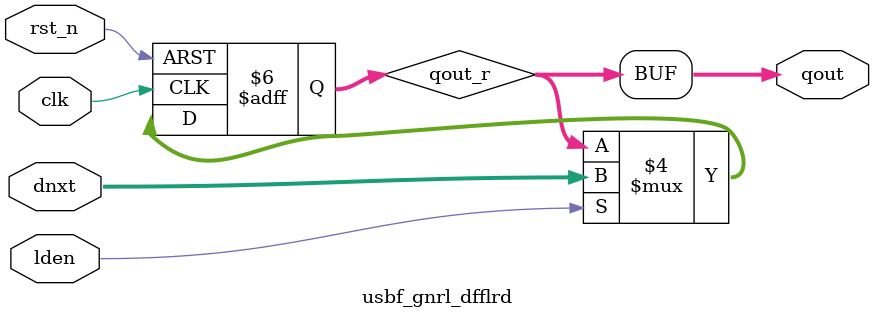
<source format=v>


module usbf_gnrl_dfflrs # (
  parameter DW = 32
) (

  input               lden, 
  input      [DW-1:0] dnxt,
  output     [DW-1:0] qout,

  input               clk,
  input               rst_n
);

reg [DW-1:0] qout_r;

always @(posedge clk or negedge rst_n)
begin : DFFLRS_PROC
  if (rst_n == 1'b0)
    qout_r <= {DW{1'b1}};
  else if (lden == 1'b1)
    qout_r <= dnxt;
end

assign qout = qout_r;

// `ifndef FPGA_SOURCE//{
// `ifndef DISABLE_SV_ASSERTION//{
// //synopsys translate_off
// usbf_gnrl_xchecker # (
//   .DW(1)
// ) usbf_gnrl_xchecker(
//   .i_dat(lden),
//   .clk  (clk)
// );
// //synopsys translate_on
// `endif//}
// `endif//}
    

endmodule
//=================================================================
//
// Description:
//  Verilog module usbf_gnrl DFF with Load-enable and Reset
//  Default reset value is 0
//
//=================================================================

module usbf_gnrl_dfflr # (
  parameter DW = 32
) (

  input               lden, 
  input      [DW-1:0] dnxt,
  output     [DW-1:0] qout,

  input               clk,
  input               rst_n
);

reg [DW-1:0] qout_r;

always @(posedge clk or negedge rst_n)
begin : DFFLR_PROC
  if (rst_n == 1'b0)
    qout_r <= {DW{1'b0}};
  else if (lden == 1'b1)
    qout_r <= dnxt;
end

assign qout = qout_r;

// `ifndef FPGA_SOURCE//{
// `ifndef DISABLE_SV_ASSERTION//{
// //synopsys translate_off
// usbf_gnrl_xchecker # (
//   .DW(1)
// ) usbf_gnrl_xchecker(
//   .i_dat(lden),
//   .clk  (clk)
// );
// //synopsys translate_on
// `endif//}
// `endif//}
    

endmodule
//=================================================================
//
// Description:
//  Verilog module usbf_gnrl DFF with Load-enable, no reset 
//
//=================================================================

module usbf_gnrl_dffl # (
  parameter DW = 32
) (

  input               lden, 
  input      [DW-1:0] dnxt,
  output     [DW-1:0] qout,

  input               clk 
);

reg [DW-1:0] qout_r;

always @(posedge clk)
begin : DFFL_PROC
  if (lden == 1'b1)
    qout_r <= dnxt;
end

assign qout = qout_r;

// `ifndef FPGA_SOURCE//{
// `ifndef DISABLE_SV_ASSERTION//{
// //synopsys translate_off
// usbf_gnrl_xchecker # (
//   .DW(1)
// ) usbf_gnrl_xchecker(
//   .i_dat(lden),
//   .clk  (clk)
// );
// //synopsys translate_on
// `endif//}
// `endif//}
    

endmodule
//=================================================================
//
// Description:
//  Verilog module usbf_gnrl DFF with Reset, no load-enable
//  Default reset value is 1
//
//=================================================================

module usbf_gnrl_dffrs # (
  parameter DW = 32
) (

  input      [DW-1:0] dnxt,
  output     [DW-1:0] qout,

  input               clk,
  input               rst_n
);

reg [DW-1:0] qout_r;

always @(posedge clk or negedge rst_n)
begin : DFFRS_PROC
  if (rst_n == 1'b0)
    qout_r <= {DW{1'b1}};
  else                  
    qout_r <= dnxt;
end

assign qout = qout_r;

endmodule
//=================================================================
//
// Description:
//  Verilog module usbf_gnrl DFF with Reset, no load-enable
//  Default reset value is 0
//
//=================================================================

module usbf_gnrl_dffr # (
  parameter DW = 32
) (

  input      [DW-1:0] dnxt,
  output     [DW-1:0] qout,

  input               clk,
  input               rst_n
);

reg [DW-1:0] qout_r;

always @(posedge clk or negedge rst_n)
begin : DFFR_PROC
  if (rst_n == 1'b0)
    qout_r <= {DW{1'b0}};
  else                  
    qout_r <= dnxt;
end

assign qout = qout_r;

endmodule


//=================================================================
//
// Description:
//  Verilog module usbf_gnrl DFF with Load-enable and Reset
//  Default reset value is set by parameter
//
//=================================================================

module usbf_gnrl_dfflrd # (
  parameter DW = 32,
  parameter RESET_VAL = {DW{1'b0}}
) (

  input               lden, 
  input      [DW-1:0] dnxt,
  output     [DW-1:0] qout,

  input               clk,
  input               rst_n
);

reg [DW-1:0] qout_r;

always @(posedge clk or negedge rst_n)
begin : DFFLRS_PROC
  if (rst_n == 1'b0)
    qout_r <= RESET_VAL;
  else if (lden == 1'b1)
    qout_r <= dnxt;
end

assign qout = qout_r;

// `ifndef FPGA_SOURCE//{
// `ifndef DISABLE_SV_ASSERTION//{
// //synopsys translate_off
// usbf_gnrl_xchecker # (
//   .DW(1)
// ) usbf_gnrl_xchecker(
//   .i_dat(lden),
//   .clk  (clk)
// );
// //synopsys translate_on
// `endif//}
// `endif//}
    

endmodule
</source>
